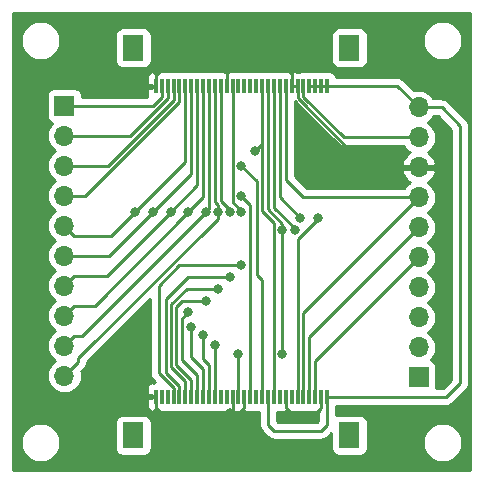
<source format=gtl>
G04 #@! TF.GenerationSoftware,KiCad,Pcbnew,5.0.2-bee76a0~70~ubuntu16.04.1*
G04 #@! TF.CreationDate,2019-08-01T02:01:20+05:30*
G04 #@! TF.ProjectId,AR0135_STM32F746G-DISCO_adapter_rev1,41523031-3335-45f5-9354-4d3332463734,rev?*
G04 #@! TF.SameCoordinates,Original*
G04 #@! TF.FileFunction,Copper,L1,Top*
G04 #@! TF.FilePolarity,Positive*
%FSLAX46Y46*%
G04 Gerber Fmt 4.6, Leading zero omitted, Abs format (unit mm)*
G04 Created by KiCad (PCBNEW 5.0.2-bee76a0~70~ubuntu16.04.1) date Thu Aug  1 02:01:20 2019*
%MOMM*%
%LPD*%
G01*
G04 APERTURE LIST*
G04 #@! TA.AperFunction,SMDPad,CuDef*
%ADD10R,0.300000X1.300000*%
G04 #@! TD*
G04 #@! TA.AperFunction,SMDPad,CuDef*
%ADD11R,1.800000X2.200000*%
G04 #@! TD*
G04 #@! TA.AperFunction,ComponentPad*
%ADD12R,1.700000X1.700000*%
G04 #@! TD*
G04 #@! TA.AperFunction,ComponentPad*
%ADD13O,1.700000X1.700000*%
G04 #@! TD*
G04 #@! TA.AperFunction,ViaPad*
%ADD14C,0.800000*%
G04 #@! TD*
G04 #@! TA.AperFunction,Conductor*
%ADD15C,0.250000*%
G04 #@! TD*
G04 #@! TA.AperFunction,Conductor*
%ADD16C,0.254000*%
G04 #@! TD*
G04 APERTURE END LIST*
D10*
G04 #@! TO.P,J2,30*
G04 #@! TO.N,/3V3*
X37250000Y-43150000D03*
G04 #@! TO.P,J2,29*
G04 #@! TO.N,/GND*
X36750000Y-43150000D03*
G04 #@! TO.P,J2,28*
G04 #@! TO.N,/DCMI_SCL*
X36250000Y-43150000D03*
G04 #@! TO.P,J2,27*
G04 #@! TO.N,/DCMI_SDA*
X35750000Y-43150000D03*
G04 #@! TO.P,J2,26*
G04 #@! TO.N,/DCMI_NRST*
X35250000Y-43150000D03*
G04 #@! TO.P,J2,25*
G04 #@! TO.N,/DCMI_PWR_EN*
X34750000Y-43150000D03*
G04 #@! TO.P,J2,24*
G04 #@! TO.N,N/C*
X34250000Y-43150000D03*
G04 #@! TO.P,J2,23*
G04 #@! TO.N,/GND*
X33750000Y-43150000D03*
G04 #@! TO.P,J2,22*
G04 #@! TO.N,N/C*
X33250000Y-43150000D03*
G04 #@! TO.P,J2,21*
G04 #@! TO.N,/Camera_CLK*
X32750000Y-43150000D03*
G04 #@! TO.P,J2,20*
G04 #@! TO.N,/3V3*
X32250000Y-43150000D03*
G04 #@! TO.P,J2,19*
G04 #@! TO.N,/DCMI_VSYNC*
X31750000Y-43150000D03*
G04 #@! TO.P,J2,18*
G04 #@! TO.N,N/C*
X31250000Y-43150000D03*
G04 #@! TO.P,J2,17*
G04 #@! TO.N,/DCMI_HSYNC*
X30750000Y-43150000D03*
G04 #@! TO.P,J2,16*
G04 #@! TO.N,/GND*
X30250000Y-43150000D03*
G04 #@! TO.P,J2,15*
G04 #@! TO.N,/DCMI_PIXCK*
X29750000Y-43150000D03*
G04 #@! TO.P,J2,14*
G04 #@! TO.N,/GND*
X29250000Y-43150000D03*
G04 #@! TO.P,J2,13*
G04 #@! TO.N,N/C*
X28750000Y-43150000D03*
G04 #@! TO.P,J2,12*
X28250000Y-43150000D03*
G04 #@! TO.P,J2,11*
G04 #@! TO.N,/D11*
X27750000Y-43150000D03*
G04 #@! TO.P,J2,10*
G04 #@! TO.N,/D10*
X27250000Y-43150000D03*
G04 #@! TO.P,J2,9*
G04 #@! TO.N,/D9*
X26750000Y-43150000D03*
G04 #@! TO.P,J2,8*
G04 #@! TO.N,/D8*
X26250000Y-43150000D03*
G04 #@! TO.P,J2,7*
G04 #@! TO.N,/D7*
X25750000Y-43150000D03*
G04 #@! TO.P,J2,6*
G04 #@! TO.N,/D6*
X25250000Y-43150000D03*
G04 #@! TO.P,J2,5*
G04 #@! TO.N,/D5*
X24750000Y-43150000D03*
G04 #@! TO.P,J2,4*
G04 #@! TO.N,/D4*
X24250000Y-43150000D03*
G04 #@! TO.P,J2,3*
G04 #@! TO.N,N/C*
X23750000Y-43150000D03*
G04 #@! TO.P,J2,2*
X23250000Y-43150000D03*
G04 #@! TO.P,J2,1*
G04 #@! TO.N,/GND*
X22750000Y-43150000D03*
D11*
G04 #@! TO.P,J2,MP*
G04 #@! TO.N,N/C*
X20850000Y-46400000D03*
X39150000Y-46400000D03*
G04 #@! TD*
D12*
G04 #@! TO.P,J3,1*
G04 #@! TO.N,/FLASH*
X15000000Y-18500000D03*
D13*
G04 #@! TO.P,J3,2*
G04 #@! TO.N,/TRIGGER*
X15000000Y-21040000D03*
G04 #@! TO.P,J3,3*
G04 #@! TO.N,/DCMI_VSYNC*
X15000000Y-23580000D03*
G04 #@! TO.P,J3,4*
G04 #@! TO.N,/DCMI_HSYNC*
X15000000Y-26120000D03*
G04 #@! TO.P,J3,5*
G04 #@! TO.N,/D11*
X15000000Y-28660000D03*
G04 #@! TO.P,J3,6*
G04 #@! TO.N,/D10*
X15000000Y-31200000D03*
G04 #@! TO.P,J3,7*
G04 #@! TO.N,/D9*
X15000000Y-33740000D03*
G04 #@! TO.P,J3,8*
G04 #@! TO.N,/D8*
X15000000Y-36280000D03*
G04 #@! TO.P,J3,9*
G04 #@! TO.N,/D7*
X15000000Y-38820000D03*
G04 #@! TO.P,J3,10*
G04 #@! TO.N,/D6*
X15000000Y-41360000D03*
G04 #@! TD*
G04 #@! TO.P,J4,10*
G04 #@! TO.N,/3V3*
X45000000Y-18640000D03*
G04 #@! TO.P,J4,9*
G04 #@! TO.N,/DCMI_PWR_EN*
X45000000Y-21180000D03*
G04 #@! TO.P,J4,8*
G04 #@! TO.N,/GND*
X45000000Y-23720000D03*
G04 #@! TO.P,J4,7*
G04 #@! TO.N,/DCMI_NRST*
X45000000Y-26260000D03*
G04 #@! TO.P,J4,6*
G04 #@! TO.N,/DCMI_SDA*
X45000000Y-28800000D03*
G04 #@! TO.P,J4,5*
G04 #@! TO.N,/DCMI_SCL*
X45000000Y-31340000D03*
G04 #@! TO.P,J4,4*
G04 #@! TO.N,/DCMI_PIXCK*
X45000000Y-33880000D03*
G04 #@! TO.P,J4,3*
G04 #@! TO.N,/Camera_CLK*
X45000000Y-36420000D03*
G04 #@! TO.P,J4,2*
G04 #@! TO.N,/D4*
X45000000Y-38960000D03*
D12*
G04 #@! TO.P,J4,1*
G04 #@! TO.N,/D5*
X45000000Y-41500000D03*
G04 #@! TD*
D11*
G04 #@! TO.P,J1,MP*
G04 #@! TO.N,N/C*
X20850000Y-13600000D03*
X39150000Y-13600000D03*
D10*
G04 #@! TO.P,J1,30*
G04 #@! TO.N,/3V3*
X37250000Y-16850000D03*
G04 #@! TO.P,J1,29*
X36750000Y-16850000D03*
G04 #@! TO.P,J1,28*
X36250000Y-16850000D03*
G04 #@! TO.P,J1,27*
X35750000Y-16850000D03*
G04 #@! TO.P,J1,26*
G04 #@! TO.N,/DCMI_PWR_EN*
X35250000Y-16850000D03*
G04 #@! TO.P,J1,25*
G04 #@! TO.N,/GND*
X34750000Y-16850000D03*
G04 #@! TO.P,J1,24*
X34250000Y-16850000D03*
G04 #@! TO.P,J1,23*
G04 #@! TO.N,/DCMI_NRST*
X33750000Y-16850000D03*
G04 #@! TO.P,J1,22*
G04 #@! TO.N,/DCMI_SDA*
X33250000Y-16850000D03*
G04 #@! TO.P,J1,21*
G04 #@! TO.N,/DCMI_SCL*
X32750000Y-16850000D03*
G04 #@! TO.P,J1,20*
G04 #@! TO.N,/DCMI_PIXCK*
X32250000Y-16850000D03*
G04 #@! TO.P,J1,19*
G04 #@! TO.N,/Camera_CLK*
X31750000Y-16850000D03*
G04 #@! TO.P,J1,18*
G04 #@! TO.N,N/C*
X31250000Y-16850000D03*
G04 #@! TO.P,J1,17*
X30750000Y-16850000D03*
G04 #@! TO.P,J1,16*
X30250000Y-16850000D03*
G04 #@! TO.P,J1,15*
X29750000Y-16850000D03*
G04 #@! TO.P,J1,14*
G04 #@! TO.N,/D4*
X29250000Y-16850000D03*
G04 #@! TO.P,J1,13*
G04 #@! TO.N,/GND*
X28750000Y-16850000D03*
G04 #@! TO.P,J1,12*
G04 #@! TO.N,/D5*
X28250000Y-16850000D03*
G04 #@! TO.P,J1,11*
G04 #@! TO.N,/D6*
X27750000Y-16850000D03*
G04 #@! TO.P,J1,10*
G04 #@! TO.N,/D7*
X27250000Y-16850000D03*
G04 #@! TO.P,J1,9*
G04 #@! TO.N,/D8*
X26750000Y-16850000D03*
G04 #@! TO.P,J1,8*
G04 #@! TO.N,/D9*
X26250000Y-16850000D03*
G04 #@! TO.P,J1,7*
G04 #@! TO.N,/D10*
X25750000Y-16850000D03*
G04 #@! TO.P,J1,6*
G04 #@! TO.N,/D11*
X25250000Y-16850000D03*
G04 #@! TO.P,J1,5*
G04 #@! TO.N,/DCMI_HSYNC*
X24750000Y-16850000D03*
G04 #@! TO.P,J1,4*
G04 #@! TO.N,/DCMI_VSYNC*
X24250000Y-16850000D03*
G04 #@! TO.P,J1,3*
G04 #@! TO.N,/TRIGGER*
X23750000Y-16850000D03*
G04 #@! TO.P,J1,2*
G04 #@! TO.N,/FLASH*
X23250000Y-16850000D03*
G04 #@! TO.P,J1,1*
G04 #@! TO.N,/GND*
X22750000Y-16850000D03*
G04 #@! TD*
D14*
G04 #@! TO.N,/GND*
X33750000Y-45000000D03*
X29000000Y-44500000D03*
G04 #@! TO.N,/DCMI_VSYNC*
X30000000Y-23600000D03*
G04 #@! TO.N,/DCMI_HSYNC*
X29975000Y-26100000D03*
G04 #@! TO.N,/D11*
X21000000Y-27500000D03*
X27750000Y-38775000D03*
G04 #@! TO.N,/D10*
X22500000Y-27500000D03*
X26750000Y-37950000D03*
G04 #@! TO.N,/D9*
X24000000Y-27500000D03*
X25750000Y-37217948D03*
G04 #@! TO.N,/D8*
X25500000Y-27500000D03*
X25500000Y-36000000D03*
G04 #@! TO.N,/D7*
X27000000Y-27500000D03*
X27000000Y-35000000D03*
G04 #@! TO.N,/D6*
X28000000Y-34000000D03*
X28000000Y-27500000D03*
G04 #@! TO.N,/D5*
X29000000Y-27500000D03*
X29000000Y-33000000D03*
G04 #@! TO.N,/D4*
X30000000Y-27500000D03*
X30000000Y-32000000D03*
G04 #@! TO.N,/Camera_CLK*
X31150000Y-22300000D03*
G04 #@! TO.N,/DCMI_PIXCK*
X33475000Y-39500000D03*
X29750000Y-39500000D03*
X33475000Y-29000000D03*
G04 #@! TO.N,/DCMI_SCL*
X34500153Y-28999847D03*
G04 #@! TO.N,/DCMI_SDA*
X35000000Y-28000000D03*
G04 #@! TO.N,/DCMI_PWR_EN*
X36500000Y-28000000D03*
G04 #@! TD*
D15*
G04 #@! TO.N,/GND*
X34250000Y-16850000D02*
X34750000Y-16850000D01*
X22750000Y-15950000D02*
X23200000Y-15500000D01*
X22750000Y-16850000D02*
X22750000Y-15950000D01*
X34250000Y-15950000D02*
X34250000Y-16850000D01*
X34250000Y-15850000D02*
X34250000Y-15950000D01*
X33900000Y-15500000D02*
X34250000Y-15850000D01*
X28750000Y-15750000D02*
X28500000Y-15500000D01*
X28750000Y-16850000D02*
X28750000Y-15750000D01*
X28500000Y-15500000D02*
X33900000Y-15500000D01*
X23200000Y-15500000D02*
X28500000Y-15500000D01*
X22750000Y-44050000D02*
X23200000Y-44500000D01*
X22750000Y-43150000D02*
X22750000Y-44050000D01*
X30250000Y-44050000D02*
X30250000Y-43150000D01*
X29800000Y-44500000D02*
X30250000Y-44050000D01*
X29250000Y-44400000D02*
X29350000Y-44500000D01*
X29250000Y-43150000D02*
X29250000Y-44400000D01*
X29350000Y-44500000D02*
X29800000Y-44500000D01*
X33750000Y-44050000D02*
X34200000Y-44500000D01*
X33750000Y-43150000D02*
X33750000Y-44050000D01*
X36750000Y-44050000D02*
X36750000Y-43150000D01*
X36300000Y-44500000D02*
X36750000Y-44050000D01*
X34200000Y-44500000D02*
X36300000Y-44500000D01*
X34200000Y-44550000D02*
X33750000Y-45000000D01*
X34200000Y-44500000D02*
X34200000Y-44550000D01*
X29000000Y-44500000D02*
X29350000Y-44500000D01*
X23200000Y-44500000D02*
X29000000Y-44500000D01*
X43797919Y-23720000D02*
X45000000Y-23720000D01*
X40583590Y-23720000D02*
X43797919Y-23720000D01*
X34750000Y-17886410D02*
X40583590Y-23720000D01*
X34750000Y-16850000D02*
X34750000Y-17886410D01*
G04 #@! TO.N,/FLASH*
X16100000Y-18500000D02*
X15000000Y-18500000D01*
X23250000Y-17735002D02*
X22485002Y-18500000D01*
X22485002Y-18500000D02*
X16100000Y-18500000D01*
X23250000Y-16850000D02*
X23250000Y-17735002D01*
G04 #@! TO.N,/TRIGGER*
X20581412Y-21040000D02*
X16202081Y-21040000D01*
X16202081Y-21040000D02*
X15000000Y-21040000D01*
X23750000Y-17871412D02*
X20581412Y-21040000D01*
X23750000Y-16850000D02*
X23750000Y-17871412D01*
G04 #@! TO.N,/DCMI_VSYNC*
X16202081Y-23580000D02*
X15000000Y-23580000D01*
X18677822Y-23580000D02*
X16202081Y-23580000D01*
X24250000Y-18007822D02*
X18677822Y-23580000D01*
X24250000Y-16850000D02*
X24250000Y-18007822D01*
X31750000Y-43150000D02*
X31750000Y-33250000D01*
X31299990Y-24899990D02*
X30000000Y-23600000D01*
X31299990Y-32799990D02*
X31299990Y-24899990D01*
X31750000Y-33250000D02*
X31299990Y-32799990D01*
G04 #@! TO.N,/DCMI_HSYNC*
X16774232Y-26120000D02*
X16202081Y-26120000D01*
X16202081Y-26120000D02*
X15000000Y-26120000D01*
X24750000Y-18144232D02*
X16774232Y-26120000D01*
X24750000Y-16850000D02*
X24750000Y-18144232D01*
X30750000Y-43150000D02*
X30750000Y-33250000D01*
X30750000Y-26875000D02*
X29975000Y-26100000D01*
X30750000Y-33250000D02*
X30750000Y-26875000D01*
G04 #@! TO.N,/D11*
X25250000Y-23250000D02*
X21000000Y-27500000D01*
X25250000Y-16850000D02*
X25250000Y-23250000D01*
X27750000Y-38775000D02*
X27750000Y-43150000D01*
X20600001Y-27899999D02*
X21000000Y-27500000D01*
X18990001Y-29509999D02*
X20600001Y-27899999D01*
X15849999Y-29509999D02*
X18990001Y-29509999D01*
X15000000Y-28660000D02*
X15849999Y-29509999D01*
G04 #@! TO.N,/D10*
X25750000Y-24250000D02*
X22500000Y-27500000D01*
X25750000Y-16850000D02*
X25750000Y-24250000D01*
X26750000Y-37950000D02*
X26750000Y-39950000D01*
X27250000Y-40450000D02*
X27250000Y-43150000D01*
X26750000Y-39950000D02*
X27250000Y-40450000D01*
X18800000Y-31200000D02*
X22500000Y-27500000D01*
X15000000Y-31200000D02*
X18800000Y-31200000D01*
G04 #@! TO.N,/D9*
X26250000Y-25250000D02*
X24000000Y-27500000D01*
X26250000Y-16850000D02*
X26250000Y-25250000D01*
X25750000Y-37217948D02*
X25750000Y-39800000D01*
X26750000Y-40800000D02*
X26750000Y-43150000D01*
X25750000Y-39800000D02*
X26750000Y-40800000D01*
G04 #@! TO.N,/D8*
X26750000Y-26250000D02*
X25500000Y-27500000D01*
X26750000Y-16850000D02*
X26750000Y-26250000D01*
X24950000Y-36550000D02*
X24950000Y-40000000D01*
X25500000Y-36000000D02*
X24950000Y-36550000D01*
X26250000Y-41300000D02*
X26250000Y-43150000D01*
X24950000Y-40000000D02*
X26250000Y-41300000D01*
G04 #@! TO.N,/D7*
X27250000Y-27250000D02*
X27000000Y-27500000D01*
X27250000Y-16850000D02*
X27250000Y-27250000D01*
X27000000Y-35000000D02*
X25000000Y-35000000D01*
X24499990Y-35500010D02*
X24499990Y-40449990D01*
X25000000Y-35000000D02*
X24499990Y-35500010D01*
X25750000Y-41700000D02*
X25750000Y-43150000D01*
X24499990Y-40449990D02*
X25750000Y-41700000D01*
G04 #@! TO.N,/D6*
X25363590Y-34000000D02*
X28000000Y-34000000D01*
X25250000Y-43150000D02*
X25250000Y-41836410D01*
X24049981Y-35313609D02*
X25363590Y-34000000D01*
X25250000Y-41836410D02*
X24049980Y-40636390D01*
X24049980Y-40636390D02*
X24049981Y-35313609D01*
X27750000Y-26684315D02*
X27750000Y-17750000D01*
X27750000Y-17750000D02*
X27750000Y-16850000D01*
X28000000Y-26934315D02*
X27750000Y-26684315D01*
X28000000Y-27500000D02*
X28000000Y-26934315D01*
G04 #@! TO.N,/D5*
X29000000Y-27297905D02*
X29000000Y-27500000D01*
X28250000Y-26547905D02*
X29000000Y-27297905D01*
X29000000Y-33000000D02*
X25500000Y-33000000D01*
X24750000Y-42250000D02*
X24750000Y-43150000D01*
X23599972Y-41099972D02*
X24750000Y-42250000D01*
X23599972Y-34900028D02*
X23599972Y-41099972D01*
X25500000Y-33000000D02*
X23599972Y-34900028D01*
X28250000Y-16850000D02*
X28250000Y-26547905D01*
G04 #@! TO.N,/D4*
X30000000Y-27426998D02*
X30000000Y-27500000D01*
X29250000Y-26676998D02*
X30000000Y-27426998D01*
X30000000Y-32000000D02*
X24750000Y-32000000D01*
X24750000Y-32000000D02*
X23000000Y-33750000D01*
X24250000Y-42386410D02*
X24250000Y-43150000D01*
X23000000Y-41136410D02*
X24250000Y-42386410D01*
X23000000Y-33750000D02*
X23000000Y-41136410D01*
X29250000Y-16850000D02*
X29250000Y-18750000D01*
X29250000Y-18750000D02*
X29250000Y-26676998D01*
G04 #@! TO.N,/Camera_CLK*
X32750000Y-28400000D02*
X31750000Y-27400000D01*
X32750000Y-43150000D02*
X32750000Y-28400000D01*
X31150000Y-22300000D02*
X31750000Y-21700000D01*
X31750000Y-21700000D02*
X31750000Y-16850000D01*
X31750000Y-27400000D02*
X31750000Y-21700000D01*
G04 #@! TO.N,/DCMI_PIXCK*
X32250000Y-27263590D02*
X33475000Y-28488590D01*
X32250000Y-16850000D02*
X32250000Y-27263590D01*
X29750000Y-43150000D02*
X29750000Y-39500000D01*
G04 #@! TO.N,/D9*
X23600001Y-27899999D02*
X24000000Y-27500000D01*
X18609999Y-32890001D02*
X23600001Y-27899999D01*
X15849999Y-32890001D02*
X18609999Y-32890001D01*
X15000000Y-33740000D02*
X15849999Y-32890001D01*
G04 #@! TO.N,/D8*
X15849999Y-35430001D02*
X17569999Y-35430001D01*
X15000000Y-36280000D02*
X15849999Y-35430001D01*
X25500000Y-27500000D02*
X17569999Y-35430001D01*
G04 #@! TO.N,/D7*
X26600001Y-27899999D02*
X27000000Y-27500000D01*
X16529999Y-37970001D02*
X26600001Y-27899999D01*
X15849999Y-37970001D02*
X16529999Y-37970001D01*
X15000000Y-38820000D02*
X15849999Y-37970001D01*
G04 #@! TO.N,/D6*
X28000000Y-28065685D02*
X28000000Y-27500000D01*
X16175001Y-39890684D02*
X28000000Y-28065685D01*
X16175001Y-40184999D02*
X16175001Y-39890684D01*
X15000000Y-41360000D02*
X16175001Y-40184999D01*
G04 #@! TO.N,/DCMI_PIXCK*
X33475000Y-29000000D02*
X33475000Y-39500000D01*
X33475000Y-28488590D02*
X33475000Y-29000000D01*
G04 #@! TO.N,/DCMI_SCL*
X36250000Y-40090000D02*
X36250000Y-43150000D01*
X45000000Y-31340000D02*
X36250000Y-40090000D01*
X32750000Y-27127180D02*
X34500153Y-28877333D01*
X34500153Y-28877333D02*
X34500153Y-28999847D01*
X32750000Y-16850000D02*
X32750000Y-27127180D01*
G04 #@! TO.N,/DCMI_SDA*
X35750000Y-38050000D02*
X45000000Y-28800000D01*
X35750000Y-43150000D02*
X35750000Y-38050000D01*
X33250000Y-26250000D02*
X35000000Y-28000000D01*
X33250000Y-16850000D02*
X33250000Y-26250000D01*
G04 #@! TO.N,/DCMI_NRST*
X35250000Y-36010000D02*
X45000000Y-26260000D01*
X35250000Y-43150000D02*
X35250000Y-36010000D01*
X33750000Y-16850000D02*
X33750000Y-24800000D01*
X35210000Y-26260000D02*
X45000000Y-26260000D01*
X33750000Y-24800000D02*
X35210000Y-26260000D01*
G04 #@! TO.N,/DCMI_PWR_EN*
X43797919Y-21180000D02*
X45000000Y-21180000D01*
X38680000Y-21180000D02*
X43797919Y-21180000D01*
X35250000Y-17750000D02*
X38680000Y-21180000D01*
X35250000Y-16850000D02*
X35250000Y-17750000D01*
X36500000Y-28073002D02*
X36500000Y-28000000D01*
X34750000Y-29823002D02*
X36500000Y-28073002D01*
X34750000Y-43150000D02*
X34750000Y-29823002D01*
G04 #@! TO.N,/3V3*
X32250000Y-43150000D02*
X32250000Y-45500000D01*
X32250000Y-45500000D02*
X32750000Y-46000000D01*
X32750000Y-46000000D02*
X36750000Y-46000000D01*
X37250000Y-45500000D02*
X37250000Y-43150000D01*
X36750000Y-46000000D02*
X37250000Y-45500000D01*
X35750000Y-16850000D02*
X36250000Y-16850000D01*
X36250000Y-16850000D02*
X36750000Y-16850000D01*
X36750000Y-16850000D02*
X37250000Y-16850000D01*
X43210000Y-16850000D02*
X45000000Y-18640000D01*
X37250000Y-16850000D02*
X43210000Y-16850000D01*
X37250000Y-43150000D02*
X47350000Y-43150000D01*
X47350000Y-43150000D02*
X48500000Y-42000000D01*
X48500000Y-42000000D02*
X48500000Y-20200000D01*
X46940000Y-18640000D02*
X45000000Y-18640000D01*
X48500000Y-20200000D02*
X46940000Y-18640000D01*
G04 #@! TD*
D16*
G04 #@! TO.N,/GND*
G36*
X49340000Y-49340000D02*
X10660000Y-49340000D01*
X10660000Y-46854042D01*
X11295000Y-46854042D01*
X11295000Y-47185958D01*
X11359754Y-47511496D01*
X11486772Y-47818147D01*
X11671175Y-48094125D01*
X11905875Y-48328825D01*
X12181853Y-48513228D01*
X12488504Y-48640246D01*
X12814042Y-48705000D01*
X13145958Y-48705000D01*
X13471496Y-48640246D01*
X13778147Y-48513228D01*
X14054125Y-48328825D01*
X14288825Y-48094125D01*
X14473228Y-47818147D01*
X14600246Y-47511496D01*
X14665000Y-47185958D01*
X14665000Y-46854042D01*
X14600246Y-46528504D01*
X14473228Y-46221853D01*
X14288825Y-45945875D01*
X14054125Y-45711175D01*
X13778147Y-45526772D01*
X13471496Y-45399754D01*
X13145958Y-45335000D01*
X12814042Y-45335000D01*
X12488504Y-45399754D01*
X12181853Y-45526772D01*
X11905875Y-45711175D01*
X11671175Y-45945875D01*
X11486772Y-46221853D01*
X11359754Y-46528504D01*
X11295000Y-46854042D01*
X10660000Y-46854042D01*
X10660000Y-45300000D01*
X19311928Y-45300000D01*
X19311928Y-47500000D01*
X19324188Y-47624482D01*
X19360498Y-47744180D01*
X19419463Y-47854494D01*
X19498815Y-47951185D01*
X19595506Y-48030537D01*
X19705820Y-48089502D01*
X19825518Y-48125812D01*
X19950000Y-48138072D01*
X21750000Y-48138072D01*
X21874482Y-48125812D01*
X21994180Y-48089502D01*
X22104494Y-48030537D01*
X22201185Y-47951185D01*
X22280537Y-47854494D01*
X22339502Y-47744180D01*
X22375812Y-47624482D01*
X22388072Y-47500000D01*
X22388072Y-45300000D01*
X22375812Y-45175518D01*
X22339502Y-45055820D01*
X22280537Y-44945506D01*
X22201185Y-44848815D01*
X22104494Y-44769463D01*
X21994180Y-44710498D01*
X21874482Y-44674188D01*
X21750000Y-44661928D01*
X19950000Y-44661928D01*
X19825518Y-44674188D01*
X19705820Y-44710498D01*
X19595506Y-44769463D01*
X19498815Y-44848815D01*
X19419463Y-44945506D01*
X19360498Y-45055820D01*
X19324188Y-45175518D01*
X19311928Y-45300000D01*
X10660000Y-45300000D01*
X10660000Y-44435000D01*
X22516250Y-44435000D01*
X22537458Y-44435000D01*
X22962542Y-44435000D01*
X22983750Y-44435000D01*
X22980231Y-44431481D01*
X22962542Y-44435000D01*
X22537458Y-44435000D01*
X22519769Y-44431481D01*
X22516250Y-44435000D01*
X10660000Y-44435000D01*
X10660000Y-21040000D01*
X13507815Y-21040000D01*
X13536487Y-21331111D01*
X13621401Y-21611034D01*
X13759294Y-21869014D01*
X13944866Y-22095134D01*
X14170986Y-22280706D01*
X14225791Y-22310000D01*
X14170986Y-22339294D01*
X13944866Y-22524866D01*
X13759294Y-22750986D01*
X13621401Y-23008966D01*
X13536487Y-23288889D01*
X13507815Y-23580000D01*
X13536487Y-23871111D01*
X13621401Y-24151034D01*
X13759294Y-24409014D01*
X13944866Y-24635134D01*
X14170986Y-24820706D01*
X14225791Y-24850000D01*
X14170986Y-24879294D01*
X13944866Y-25064866D01*
X13759294Y-25290986D01*
X13621401Y-25548966D01*
X13536487Y-25828889D01*
X13507815Y-26120000D01*
X13536487Y-26411111D01*
X13621401Y-26691034D01*
X13759294Y-26949014D01*
X13944866Y-27175134D01*
X14170986Y-27360706D01*
X14225791Y-27390000D01*
X14170986Y-27419294D01*
X13944866Y-27604866D01*
X13759294Y-27830986D01*
X13621401Y-28088966D01*
X13536487Y-28368889D01*
X13507815Y-28660000D01*
X13536487Y-28951111D01*
X13621401Y-29231034D01*
X13759294Y-29489014D01*
X13944866Y-29715134D01*
X14170986Y-29900706D01*
X14225791Y-29930000D01*
X14170986Y-29959294D01*
X13944866Y-30144866D01*
X13759294Y-30370986D01*
X13621401Y-30628966D01*
X13536487Y-30908889D01*
X13507815Y-31200000D01*
X13536487Y-31491111D01*
X13621401Y-31771034D01*
X13759294Y-32029014D01*
X13944866Y-32255134D01*
X14170986Y-32440706D01*
X14225791Y-32470000D01*
X14170986Y-32499294D01*
X13944866Y-32684866D01*
X13759294Y-32910986D01*
X13621401Y-33168966D01*
X13536487Y-33448889D01*
X13507815Y-33740000D01*
X13536487Y-34031111D01*
X13621401Y-34311034D01*
X13759294Y-34569014D01*
X13944866Y-34795134D01*
X14170986Y-34980706D01*
X14225791Y-35010000D01*
X14170986Y-35039294D01*
X13944866Y-35224866D01*
X13759294Y-35450986D01*
X13621401Y-35708966D01*
X13536487Y-35988889D01*
X13507815Y-36280000D01*
X13536487Y-36571111D01*
X13621401Y-36851034D01*
X13759294Y-37109014D01*
X13944866Y-37335134D01*
X14170986Y-37520706D01*
X14225791Y-37550000D01*
X14170986Y-37579294D01*
X13944866Y-37764866D01*
X13759294Y-37990986D01*
X13621401Y-38248966D01*
X13536487Y-38528889D01*
X13507815Y-38820000D01*
X13536487Y-39111111D01*
X13621401Y-39391034D01*
X13759294Y-39649014D01*
X13944866Y-39875134D01*
X14170986Y-40060706D01*
X14225791Y-40090000D01*
X14170986Y-40119294D01*
X13944866Y-40304866D01*
X13759294Y-40530986D01*
X13621401Y-40788966D01*
X13536487Y-41068889D01*
X13507815Y-41360000D01*
X13536487Y-41651111D01*
X13621401Y-41931034D01*
X13759294Y-42189014D01*
X13944866Y-42415134D01*
X14170986Y-42600706D01*
X14428966Y-42738599D01*
X14708889Y-42823513D01*
X14927050Y-42845000D01*
X15072950Y-42845000D01*
X15291111Y-42823513D01*
X15571034Y-42738599D01*
X15829014Y-42600706D01*
X16055134Y-42415134D01*
X16240706Y-42189014D01*
X16378599Y-41931034D01*
X16398630Y-41865000D01*
X22516250Y-41865000D01*
X22519769Y-41868519D01*
X22537458Y-41865000D01*
X22516250Y-41865000D01*
X16398630Y-41865000D01*
X16463513Y-41651111D01*
X16492185Y-41360000D01*
X16463513Y-41068889D01*
X16440797Y-40994005D01*
X16686005Y-40748797D01*
X16715002Y-40725000D01*
X16809975Y-40609275D01*
X16880547Y-40477246D01*
X16924004Y-40333985D01*
X16935001Y-40222332D01*
X16935001Y-40222323D01*
X16936841Y-40203645D01*
X22240000Y-34900486D01*
X22240001Y-41099078D01*
X22236324Y-41136410D01*
X22240001Y-41173743D01*
X22250046Y-41275725D01*
X22250998Y-41285395D01*
X22294454Y-41428656D01*
X22365026Y-41560686D01*
X22427990Y-41637407D01*
X22460000Y-41676411D01*
X22488998Y-41700209D01*
X22653789Y-41865000D01*
X22622998Y-41865000D01*
X22622998Y-41971748D01*
X22519769Y-41868519D01*
X22414777Y-41889403D01*
X22299215Y-41937270D01*
X22195211Y-42006763D01*
X22106763Y-42095211D01*
X22037270Y-42199215D01*
X21989403Y-42314777D01*
X21965000Y-42437458D01*
X21965000Y-42864250D01*
X22123750Y-43023000D01*
X22461928Y-43023000D01*
X22461928Y-43277000D01*
X22123750Y-43277000D01*
X21965000Y-43435750D01*
X21965000Y-43862542D01*
X21989403Y-43985223D01*
X22037270Y-44100785D01*
X22106763Y-44204789D01*
X22195211Y-44293237D01*
X22299215Y-44362730D01*
X22414777Y-44410597D01*
X22519769Y-44431481D01*
X22675000Y-44276250D01*
X22675000Y-44272674D01*
X22745506Y-44330537D01*
X22855820Y-44389502D01*
X22974146Y-44425396D01*
X22980231Y-44431481D01*
X22997733Y-44428000D01*
X23100000Y-44438072D01*
X23400000Y-44438072D01*
X23500000Y-44428223D01*
X23600000Y-44438072D01*
X23900000Y-44438072D01*
X24000000Y-44428223D01*
X24100000Y-44438072D01*
X24400000Y-44438072D01*
X24500000Y-44428223D01*
X24600000Y-44438072D01*
X24900000Y-44438072D01*
X25000000Y-44428223D01*
X25100000Y-44438072D01*
X25400000Y-44438072D01*
X25500000Y-44428223D01*
X25600000Y-44438072D01*
X25900000Y-44438072D01*
X26000000Y-44428223D01*
X26100000Y-44438072D01*
X26400000Y-44438072D01*
X26500000Y-44428223D01*
X26600000Y-44438072D01*
X26900000Y-44438072D01*
X27000000Y-44428223D01*
X27100000Y-44438072D01*
X27400000Y-44438072D01*
X27500000Y-44428223D01*
X27600000Y-44438072D01*
X27900000Y-44438072D01*
X28000000Y-44428223D01*
X28100000Y-44438072D01*
X28400000Y-44438072D01*
X28500000Y-44428223D01*
X28600000Y-44438072D01*
X28900000Y-44438072D01*
X28931191Y-44435000D01*
X29016250Y-44435000D01*
X29037458Y-44435000D01*
X29462542Y-44435000D01*
X29483750Y-44435000D01*
X29480231Y-44431481D01*
X29462542Y-44435000D01*
X29037458Y-44435000D01*
X29019769Y-44431481D01*
X29016250Y-44435000D01*
X28931191Y-44435000D01*
X29002267Y-44428000D01*
X29019769Y-44431481D01*
X29025854Y-44425396D01*
X29144180Y-44389502D01*
X29250000Y-44332939D01*
X29355820Y-44389502D01*
X29474146Y-44425396D01*
X29480231Y-44431481D01*
X29497733Y-44428000D01*
X29600000Y-44438072D01*
X29900000Y-44438072D01*
X29931191Y-44435000D01*
X30016250Y-44435000D01*
X30037458Y-44435000D01*
X30462542Y-44435000D01*
X30483750Y-44435000D01*
X30480231Y-44431481D01*
X30462542Y-44435000D01*
X30037458Y-44435000D01*
X30019769Y-44431481D01*
X30016250Y-44435000D01*
X29931191Y-44435000D01*
X30002267Y-44428000D01*
X30019769Y-44431481D01*
X30025854Y-44425396D01*
X30144180Y-44389502D01*
X30250000Y-44332939D01*
X30355820Y-44389502D01*
X30474146Y-44425396D01*
X30480231Y-44431481D01*
X30497733Y-44428000D01*
X30600000Y-44438072D01*
X30900000Y-44438072D01*
X31000000Y-44428223D01*
X31100000Y-44438072D01*
X31400000Y-44438072D01*
X31490001Y-44429208D01*
X31490001Y-45462668D01*
X31486324Y-45500000D01*
X31500998Y-45648985D01*
X31544454Y-45792246D01*
X31615026Y-45924276D01*
X31677172Y-46000000D01*
X31710000Y-46040001D01*
X31738998Y-46063799D01*
X32186196Y-46510997D01*
X32209999Y-46540001D01*
X32325724Y-46634974D01*
X32457753Y-46705546D01*
X32601014Y-46749003D01*
X32712667Y-46760000D01*
X32712675Y-46760000D01*
X32750000Y-46763676D01*
X32787325Y-46760000D01*
X36712678Y-46760000D01*
X36750000Y-46763676D01*
X36787322Y-46760000D01*
X36787333Y-46760000D01*
X36898986Y-46749003D01*
X37042247Y-46705546D01*
X37174276Y-46634974D01*
X37290001Y-46540001D01*
X37313804Y-46510997D01*
X37611928Y-46212873D01*
X37611928Y-47500000D01*
X37624188Y-47624482D01*
X37660498Y-47744180D01*
X37719463Y-47854494D01*
X37798815Y-47951185D01*
X37895506Y-48030537D01*
X38005820Y-48089502D01*
X38125518Y-48125812D01*
X38250000Y-48138072D01*
X40050000Y-48138072D01*
X40174482Y-48125812D01*
X40294180Y-48089502D01*
X40404494Y-48030537D01*
X40501185Y-47951185D01*
X40580537Y-47854494D01*
X40639502Y-47744180D01*
X40675812Y-47624482D01*
X40688072Y-47500000D01*
X40688072Y-46854042D01*
X45335000Y-46854042D01*
X45335000Y-47185958D01*
X45399754Y-47511496D01*
X45526772Y-47818147D01*
X45711175Y-48094125D01*
X45945875Y-48328825D01*
X46221853Y-48513228D01*
X46528504Y-48640246D01*
X46854042Y-48705000D01*
X47185958Y-48705000D01*
X47511496Y-48640246D01*
X47818147Y-48513228D01*
X48094125Y-48328825D01*
X48328825Y-48094125D01*
X48513228Y-47818147D01*
X48640246Y-47511496D01*
X48705000Y-47185958D01*
X48705000Y-46854042D01*
X48640246Y-46528504D01*
X48513228Y-46221853D01*
X48328825Y-45945875D01*
X48094125Y-45711175D01*
X47818147Y-45526772D01*
X47511496Y-45399754D01*
X47185958Y-45335000D01*
X46854042Y-45335000D01*
X46528504Y-45399754D01*
X46221853Y-45526772D01*
X45945875Y-45711175D01*
X45711175Y-45945875D01*
X45526772Y-46221853D01*
X45399754Y-46528504D01*
X45335000Y-46854042D01*
X40688072Y-46854042D01*
X40688072Y-45300000D01*
X40675812Y-45175518D01*
X40639502Y-45055820D01*
X40580537Y-44945506D01*
X40501185Y-44848815D01*
X40404494Y-44769463D01*
X40294180Y-44710498D01*
X40174482Y-44674188D01*
X40050000Y-44661928D01*
X38250000Y-44661928D01*
X38125518Y-44674188D01*
X38010000Y-44709230D01*
X38010000Y-43976607D01*
X38025812Y-43924482D01*
X38027238Y-43910000D01*
X47312678Y-43910000D01*
X47350000Y-43913676D01*
X47387322Y-43910000D01*
X47387333Y-43910000D01*
X47498986Y-43899003D01*
X47642247Y-43855546D01*
X47774276Y-43784974D01*
X47890001Y-43690001D01*
X47913804Y-43660997D01*
X49011004Y-42563798D01*
X49040001Y-42540001D01*
X49134974Y-42424276D01*
X49205546Y-42292247D01*
X49249003Y-42148986D01*
X49260000Y-42037333D01*
X49260000Y-42037332D01*
X49263677Y-42000000D01*
X49260000Y-41962667D01*
X49260000Y-20237322D01*
X49263676Y-20199999D01*
X49260000Y-20162676D01*
X49260000Y-20162667D01*
X49249003Y-20051014D01*
X49205546Y-19907753D01*
X49148699Y-19801401D01*
X49134974Y-19775723D01*
X49063799Y-19688997D01*
X49040001Y-19659999D01*
X49011003Y-19636201D01*
X47503804Y-18129003D01*
X47480001Y-18099999D01*
X47364276Y-18005026D01*
X47232247Y-17934454D01*
X47088986Y-17890997D01*
X46977333Y-17880000D01*
X46977322Y-17880000D01*
X46940000Y-17876324D01*
X46902678Y-17880000D01*
X46277595Y-17880000D01*
X46240706Y-17810986D01*
X46055134Y-17584866D01*
X45829014Y-17399294D01*
X45571034Y-17261401D01*
X45291111Y-17176487D01*
X45072950Y-17155000D01*
X44927050Y-17155000D01*
X44708889Y-17176487D01*
X44634005Y-17199203D01*
X43773804Y-16339003D01*
X43750001Y-16309999D01*
X43634276Y-16215026D01*
X43502247Y-16144454D01*
X43358986Y-16100997D01*
X43247333Y-16090000D01*
X43247322Y-16090000D01*
X43210000Y-16086324D01*
X43172678Y-16090000D01*
X38027238Y-16090000D01*
X38025812Y-16075518D01*
X37989502Y-15955820D01*
X37930537Y-15845506D01*
X37851185Y-15748815D01*
X37754494Y-15669463D01*
X37644180Y-15610498D01*
X37524482Y-15574188D01*
X37400000Y-15561928D01*
X37100000Y-15561928D01*
X37000000Y-15571777D01*
X36900000Y-15561928D01*
X36600000Y-15561928D01*
X36500000Y-15571777D01*
X36400000Y-15561928D01*
X36100000Y-15561928D01*
X36000000Y-15571777D01*
X35900000Y-15561928D01*
X35600000Y-15561928D01*
X35500000Y-15571777D01*
X35400000Y-15561928D01*
X35100000Y-15561928D01*
X34997733Y-15572000D01*
X34980231Y-15568519D01*
X34974146Y-15574604D01*
X34855820Y-15610498D01*
X34747428Y-15668436D01*
X34700785Y-15637270D01*
X34585223Y-15589403D01*
X34529586Y-15578336D01*
X34519769Y-15568519D01*
X34500000Y-15572451D01*
X34480231Y-15568519D01*
X34470414Y-15578336D01*
X34414777Y-15589403D01*
X34299215Y-15637270D01*
X34252572Y-15668436D01*
X34144180Y-15610498D01*
X34025854Y-15574604D01*
X34019769Y-15568519D01*
X34002267Y-15572000D01*
X33931192Y-15565000D01*
X34016250Y-15565000D01*
X34019769Y-15568519D01*
X34037458Y-15565000D01*
X34462542Y-15565000D01*
X34480231Y-15568519D01*
X34483750Y-15565000D01*
X34516250Y-15565000D01*
X34519769Y-15568519D01*
X34537458Y-15565000D01*
X34962542Y-15565000D01*
X34980231Y-15568519D01*
X34983750Y-15565000D01*
X34962542Y-15565000D01*
X34537458Y-15565000D01*
X34516250Y-15565000D01*
X34483750Y-15565000D01*
X34462542Y-15565000D01*
X34037458Y-15565000D01*
X34016250Y-15565000D01*
X33931192Y-15565000D01*
X33900000Y-15561928D01*
X33600000Y-15561928D01*
X33500000Y-15571777D01*
X33400000Y-15561928D01*
X33100000Y-15561928D01*
X33000000Y-15571777D01*
X32900000Y-15561928D01*
X32600000Y-15561928D01*
X32500000Y-15571777D01*
X32400000Y-15561928D01*
X32100000Y-15561928D01*
X32000000Y-15571777D01*
X31900000Y-15561928D01*
X31600000Y-15561928D01*
X31500000Y-15571777D01*
X31400000Y-15561928D01*
X31100000Y-15561928D01*
X31000000Y-15571777D01*
X30900000Y-15561928D01*
X30600000Y-15561928D01*
X30500000Y-15571777D01*
X30400000Y-15561928D01*
X30100000Y-15561928D01*
X30000000Y-15571777D01*
X29900000Y-15561928D01*
X29600000Y-15561928D01*
X29500000Y-15571777D01*
X29400000Y-15561928D01*
X29100000Y-15561928D01*
X28997733Y-15572000D01*
X28980231Y-15568519D01*
X28974146Y-15574604D01*
X28855820Y-15610498D01*
X28750000Y-15667061D01*
X28644180Y-15610498D01*
X28525854Y-15574604D01*
X28519769Y-15568519D01*
X28502267Y-15572000D01*
X28431192Y-15565000D01*
X28516250Y-15565000D01*
X28519769Y-15568519D01*
X28537458Y-15565000D01*
X28962542Y-15565000D01*
X28980231Y-15568519D01*
X28983750Y-15565000D01*
X28962542Y-15565000D01*
X28537458Y-15565000D01*
X28516250Y-15565000D01*
X28431192Y-15565000D01*
X28400000Y-15561928D01*
X28100000Y-15561928D01*
X28000000Y-15571777D01*
X27900000Y-15561928D01*
X27600000Y-15561928D01*
X27500000Y-15571777D01*
X27400000Y-15561928D01*
X27100000Y-15561928D01*
X27000000Y-15571777D01*
X26900000Y-15561928D01*
X26600000Y-15561928D01*
X26500000Y-15571777D01*
X26400000Y-15561928D01*
X26100000Y-15561928D01*
X26000000Y-15571777D01*
X25900000Y-15561928D01*
X25600000Y-15561928D01*
X25500000Y-15571777D01*
X25400000Y-15561928D01*
X25100000Y-15561928D01*
X25000000Y-15571777D01*
X24900000Y-15561928D01*
X24600000Y-15561928D01*
X24500000Y-15571777D01*
X24400000Y-15561928D01*
X24100000Y-15561928D01*
X24000000Y-15571777D01*
X23900000Y-15561928D01*
X23600000Y-15561928D01*
X23500000Y-15571777D01*
X23400000Y-15561928D01*
X23100000Y-15561928D01*
X22997733Y-15572000D01*
X22980231Y-15568519D01*
X22974146Y-15574604D01*
X22855820Y-15610498D01*
X22745506Y-15669463D01*
X22675000Y-15727326D01*
X22675000Y-15723750D01*
X22519769Y-15568519D01*
X22414777Y-15589403D01*
X22299215Y-15637270D01*
X22195211Y-15706763D01*
X22106763Y-15795211D01*
X22037270Y-15899215D01*
X21989403Y-16014777D01*
X21965000Y-16137458D01*
X21965000Y-16564250D01*
X22123750Y-16723000D01*
X22461928Y-16723000D01*
X22461928Y-16977000D01*
X22123750Y-16977000D01*
X21965000Y-17135750D01*
X21965000Y-17562542D01*
X21989403Y-17685223D01*
X22012092Y-17740000D01*
X16488072Y-17740000D01*
X16488072Y-17650000D01*
X16475812Y-17525518D01*
X16439502Y-17405820D01*
X16380537Y-17295506D01*
X16301185Y-17198815D01*
X16204494Y-17119463D01*
X16094180Y-17060498D01*
X15974482Y-17024188D01*
X15850000Y-17011928D01*
X14150000Y-17011928D01*
X14025518Y-17024188D01*
X13905820Y-17060498D01*
X13795506Y-17119463D01*
X13698815Y-17198815D01*
X13619463Y-17295506D01*
X13560498Y-17405820D01*
X13524188Y-17525518D01*
X13511928Y-17650000D01*
X13511928Y-19350000D01*
X13524188Y-19474482D01*
X13560498Y-19594180D01*
X13619463Y-19704494D01*
X13698815Y-19801185D01*
X13795506Y-19880537D01*
X13905820Y-19939502D01*
X13974687Y-19960393D01*
X13944866Y-19984866D01*
X13759294Y-20210986D01*
X13621401Y-20468966D01*
X13536487Y-20748889D01*
X13507815Y-21040000D01*
X10660000Y-21040000D01*
X10660000Y-15565000D01*
X22516250Y-15565000D01*
X22519769Y-15568519D01*
X22537458Y-15565000D01*
X22962542Y-15565000D01*
X22980231Y-15568519D01*
X22983750Y-15565000D01*
X22962542Y-15565000D01*
X22537458Y-15565000D01*
X22516250Y-15565000D01*
X10660000Y-15565000D01*
X10660000Y-12814042D01*
X11295000Y-12814042D01*
X11295000Y-13145958D01*
X11359754Y-13471496D01*
X11486772Y-13778147D01*
X11671175Y-14054125D01*
X11905875Y-14288825D01*
X12181853Y-14473228D01*
X12488504Y-14600246D01*
X12814042Y-14665000D01*
X13145958Y-14665000D01*
X13471496Y-14600246D01*
X13778147Y-14473228D01*
X14054125Y-14288825D01*
X14288825Y-14054125D01*
X14473228Y-13778147D01*
X14600246Y-13471496D01*
X14665000Y-13145958D01*
X14665000Y-12814042D01*
X14602533Y-12500000D01*
X19311928Y-12500000D01*
X19311928Y-14700000D01*
X19324188Y-14824482D01*
X19360498Y-14944180D01*
X19419463Y-15054494D01*
X19498815Y-15151185D01*
X19595506Y-15230537D01*
X19705820Y-15289502D01*
X19825518Y-15325812D01*
X19950000Y-15338072D01*
X21750000Y-15338072D01*
X21874482Y-15325812D01*
X21994180Y-15289502D01*
X22104494Y-15230537D01*
X22201185Y-15151185D01*
X22280537Y-15054494D01*
X22339502Y-14944180D01*
X22375812Y-14824482D01*
X22388072Y-14700000D01*
X22388072Y-12500000D01*
X37611928Y-12500000D01*
X37611928Y-14700000D01*
X37624188Y-14824482D01*
X37660498Y-14944180D01*
X37719463Y-15054494D01*
X37798815Y-15151185D01*
X37895506Y-15230537D01*
X38005820Y-15289502D01*
X38125518Y-15325812D01*
X38250000Y-15338072D01*
X40050000Y-15338072D01*
X40174482Y-15325812D01*
X40294180Y-15289502D01*
X40404494Y-15230537D01*
X40501185Y-15151185D01*
X40580537Y-15054494D01*
X40639502Y-14944180D01*
X40675812Y-14824482D01*
X40688072Y-14700000D01*
X40688072Y-12814042D01*
X45335000Y-12814042D01*
X45335000Y-13145958D01*
X45399754Y-13471496D01*
X45526772Y-13778147D01*
X45711175Y-14054125D01*
X45945875Y-14288825D01*
X46221853Y-14473228D01*
X46528504Y-14600246D01*
X46854042Y-14665000D01*
X47185958Y-14665000D01*
X47511496Y-14600246D01*
X47818147Y-14473228D01*
X48094125Y-14288825D01*
X48328825Y-14054125D01*
X48513228Y-13778147D01*
X48640246Y-13471496D01*
X48705000Y-13145958D01*
X48705000Y-12814042D01*
X48640246Y-12488504D01*
X48513228Y-12181853D01*
X48328825Y-11905875D01*
X48094125Y-11671175D01*
X47818147Y-11486772D01*
X47511496Y-11359754D01*
X47185958Y-11295000D01*
X46854042Y-11295000D01*
X46528504Y-11359754D01*
X46221853Y-11486772D01*
X45945875Y-11671175D01*
X45711175Y-11905875D01*
X45526772Y-12181853D01*
X45399754Y-12488504D01*
X45335000Y-12814042D01*
X40688072Y-12814042D01*
X40688072Y-12500000D01*
X40675812Y-12375518D01*
X40639502Y-12255820D01*
X40580537Y-12145506D01*
X40501185Y-12048815D01*
X40404494Y-11969463D01*
X40294180Y-11910498D01*
X40174482Y-11874188D01*
X40050000Y-11861928D01*
X38250000Y-11861928D01*
X38125518Y-11874188D01*
X38005820Y-11910498D01*
X37895506Y-11969463D01*
X37798815Y-12048815D01*
X37719463Y-12145506D01*
X37660498Y-12255820D01*
X37624188Y-12375518D01*
X37611928Y-12500000D01*
X22388072Y-12500000D01*
X22375812Y-12375518D01*
X22339502Y-12255820D01*
X22280537Y-12145506D01*
X22201185Y-12048815D01*
X22104494Y-11969463D01*
X21994180Y-11910498D01*
X21874482Y-11874188D01*
X21750000Y-11861928D01*
X19950000Y-11861928D01*
X19825518Y-11874188D01*
X19705820Y-11910498D01*
X19595506Y-11969463D01*
X19498815Y-12048815D01*
X19419463Y-12145506D01*
X19360498Y-12255820D01*
X19324188Y-12375518D01*
X19311928Y-12500000D01*
X14602533Y-12500000D01*
X14600246Y-12488504D01*
X14473228Y-12181853D01*
X14288825Y-11905875D01*
X14054125Y-11671175D01*
X13778147Y-11486772D01*
X13471496Y-11359754D01*
X13145958Y-11295000D01*
X12814042Y-11295000D01*
X12488504Y-11359754D01*
X12181853Y-11486772D01*
X11905875Y-11671175D01*
X11671175Y-11905875D01*
X11486772Y-12181853D01*
X11359754Y-12488504D01*
X11295000Y-12814042D01*
X10660000Y-12814042D01*
X10660000Y-10660000D01*
X49340001Y-10660000D01*
X49340000Y-49340000D01*
X49340000Y-49340000D01*
G37*
X49340000Y-49340000D02*
X10660000Y-49340000D01*
X10660000Y-46854042D01*
X11295000Y-46854042D01*
X11295000Y-47185958D01*
X11359754Y-47511496D01*
X11486772Y-47818147D01*
X11671175Y-48094125D01*
X11905875Y-48328825D01*
X12181853Y-48513228D01*
X12488504Y-48640246D01*
X12814042Y-48705000D01*
X13145958Y-48705000D01*
X13471496Y-48640246D01*
X13778147Y-48513228D01*
X14054125Y-48328825D01*
X14288825Y-48094125D01*
X14473228Y-47818147D01*
X14600246Y-47511496D01*
X14665000Y-47185958D01*
X14665000Y-46854042D01*
X14600246Y-46528504D01*
X14473228Y-46221853D01*
X14288825Y-45945875D01*
X14054125Y-45711175D01*
X13778147Y-45526772D01*
X13471496Y-45399754D01*
X13145958Y-45335000D01*
X12814042Y-45335000D01*
X12488504Y-45399754D01*
X12181853Y-45526772D01*
X11905875Y-45711175D01*
X11671175Y-45945875D01*
X11486772Y-46221853D01*
X11359754Y-46528504D01*
X11295000Y-46854042D01*
X10660000Y-46854042D01*
X10660000Y-45300000D01*
X19311928Y-45300000D01*
X19311928Y-47500000D01*
X19324188Y-47624482D01*
X19360498Y-47744180D01*
X19419463Y-47854494D01*
X19498815Y-47951185D01*
X19595506Y-48030537D01*
X19705820Y-48089502D01*
X19825518Y-48125812D01*
X19950000Y-48138072D01*
X21750000Y-48138072D01*
X21874482Y-48125812D01*
X21994180Y-48089502D01*
X22104494Y-48030537D01*
X22201185Y-47951185D01*
X22280537Y-47854494D01*
X22339502Y-47744180D01*
X22375812Y-47624482D01*
X22388072Y-47500000D01*
X22388072Y-45300000D01*
X22375812Y-45175518D01*
X22339502Y-45055820D01*
X22280537Y-44945506D01*
X22201185Y-44848815D01*
X22104494Y-44769463D01*
X21994180Y-44710498D01*
X21874482Y-44674188D01*
X21750000Y-44661928D01*
X19950000Y-44661928D01*
X19825518Y-44674188D01*
X19705820Y-44710498D01*
X19595506Y-44769463D01*
X19498815Y-44848815D01*
X19419463Y-44945506D01*
X19360498Y-45055820D01*
X19324188Y-45175518D01*
X19311928Y-45300000D01*
X10660000Y-45300000D01*
X10660000Y-44435000D01*
X22516250Y-44435000D01*
X22537458Y-44435000D01*
X22962542Y-44435000D01*
X22983750Y-44435000D01*
X22980231Y-44431481D01*
X22962542Y-44435000D01*
X22537458Y-44435000D01*
X22519769Y-44431481D01*
X22516250Y-44435000D01*
X10660000Y-44435000D01*
X10660000Y-21040000D01*
X13507815Y-21040000D01*
X13536487Y-21331111D01*
X13621401Y-21611034D01*
X13759294Y-21869014D01*
X13944866Y-22095134D01*
X14170986Y-22280706D01*
X14225791Y-22310000D01*
X14170986Y-22339294D01*
X13944866Y-22524866D01*
X13759294Y-22750986D01*
X13621401Y-23008966D01*
X13536487Y-23288889D01*
X13507815Y-23580000D01*
X13536487Y-23871111D01*
X13621401Y-24151034D01*
X13759294Y-24409014D01*
X13944866Y-24635134D01*
X14170986Y-24820706D01*
X14225791Y-24850000D01*
X14170986Y-24879294D01*
X13944866Y-25064866D01*
X13759294Y-25290986D01*
X13621401Y-25548966D01*
X13536487Y-25828889D01*
X13507815Y-26120000D01*
X13536487Y-26411111D01*
X13621401Y-26691034D01*
X13759294Y-26949014D01*
X13944866Y-27175134D01*
X14170986Y-27360706D01*
X14225791Y-27390000D01*
X14170986Y-27419294D01*
X13944866Y-27604866D01*
X13759294Y-27830986D01*
X13621401Y-28088966D01*
X13536487Y-28368889D01*
X13507815Y-28660000D01*
X13536487Y-28951111D01*
X13621401Y-29231034D01*
X13759294Y-29489014D01*
X13944866Y-29715134D01*
X14170986Y-29900706D01*
X14225791Y-29930000D01*
X14170986Y-29959294D01*
X13944866Y-30144866D01*
X13759294Y-30370986D01*
X13621401Y-30628966D01*
X13536487Y-30908889D01*
X13507815Y-31200000D01*
X13536487Y-31491111D01*
X13621401Y-31771034D01*
X13759294Y-32029014D01*
X13944866Y-32255134D01*
X14170986Y-32440706D01*
X14225791Y-32470000D01*
X14170986Y-32499294D01*
X13944866Y-32684866D01*
X13759294Y-32910986D01*
X13621401Y-33168966D01*
X13536487Y-33448889D01*
X13507815Y-33740000D01*
X13536487Y-34031111D01*
X13621401Y-34311034D01*
X13759294Y-34569014D01*
X13944866Y-34795134D01*
X14170986Y-34980706D01*
X14225791Y-35010000D01*
X14170986Y-35039294D01*
X13944866Y-35224866D01*
X13759294Y-35450986D01*
X13621401Y-35708966D01*
X13536487Y-35988889D01*
X13507815Y-36280000D01*
X13536487Y-36571111D01*
X13621401Y-36851034D01*
X13759294Y-37109014D01*
X13944866Y-37335134D01*
X14170986Y-37520706D01*
X14225791Y-37550000D01*
X14170986Y-37579294D01*
X13944866Y-37764866D01*
X13759294Y-37990986D01*
X13621401Y-38248966D01*
X13536487Y-38528889D01*
X13507815Y-38820000D01*
X13536487Y-39111111D01*
X13621401Y-39391034D01*
X13759294Y-39649014D01*
X13944866Y-39875134D01*
X14170986Y-40060706D01*
X14225791Y-40090000D01*
X14170986Y-40119294D01*
X13944866Y-40304866D01*
X13759294Y-40530986D01*
X13621401Y-40788966D01*
X13536487Y-41068889D01*
X13507815Y-41360000D01*
X13536487Y-41651111D01*
X13621401Y-41931034D01*
X13759294Y-42189014D01*
X13944866Y-42415134D01*
X14170986Y-42600706D01*
X14428966Y-42738599D01*
X14708889Y-42823513D01*
X14927050Y-42845000D01*
X15072950Y-42845000D01*
X15291111Y-42823513D01*
X15571034Y-42738599D01*
X15829014Y-42600706D01*
X16055134Y-42415134D01*
X16240706Y-42189014D01*
X16378599Y-41931034D01*
X16398630Y-41865000D01*
X22516250Y-41865000D01*
X22519769Y-41868519D01*
X22537458Y-41865000D01*
X22516250Y-41865000D01*
X16398630Y-41865000D01*
X16463513Y-41651111D01*
X16492185Y-41360000D01*
X16463513Y-41068889D01*
X16440797Y-40994005D01*
X16686005Y-40748797D01*
X16715002Y-40725000D01*
X16809975Y-40609275D01*
X16880547Y-40477246D01*
X16924004Y-40333985D01*
X16935001Y-40222332D01*
X16935001Y-40222323D01*
X16936841Y-40203645D01*
X22240000Y-34900486D01*
X22240001Y-41099078D01*
X22236324Y-41136410D01*
X22240001Y-41173743D01*
X22250046Y-41275725D01*
X22250998Y-41285395D01*
X22294454Y-41428656D01*
X22365026Y-41560686D01*
X22427990Y-41637407D01*
X22460000Y-41676411D01*
X22488998Y-41700209D01*
X22653789Y-41865000D01*
X22622998Y-41865000D01*
X22622998Y-41971748D01*
X22519769Y-41868519D01*
X22414777Y-41889403D01*
X22299215Y-41937270D01*
X22195211Y-42006763D01*
X22106763Y-42095211D01*
X22037270Y-42199215D01*
X21989403Y-42314777D01*
X21965000Y-42437458D01*
X21965000Y-42864250D01*
X22123750Y-43023000D01*
X22461928Y-43023000D01*
X22461928Y-43277000D01*
X22123750Y-43277000D01*
X21965000Y-43435750D01*
X21965000Y-43862542D01*
X21989403Y-43985223D01*
X22037270Y-44100785D01*
X22106763Y-44204789D01*
X22195211Y-44293237D01*
X22299215Y-44362730D01*
X22414777Y-44410597D01*
X22519769Y-44431481D01*
X22675000Y-44276250D01*
X22675000Y-44272674D01*
X22745506Y-44330537D01*
X22855820Y-44389502D01*
X22974146Y-44425396D01*
X22980231Y-44431481D01*
X22997733Y-44428000D01*
X23100000Y-44438072D01*
X23400000Y-44438072D01*
X23500000Y-44428223D01*
X23600000Y-44438072D01*
X23900000Y-44438072D01*
X24000000Y-44428223D01*
X24100000Y-44438072D01*
X24400000Y-44438072D01*
X24500000Y-44428223D01*
X24600000Y-44438072D01*
X24900000Y-44438072D01*
X25000000Y-44428223D01*
X25100000Y-44438072D01*
X25400000Y-44438072D01*
X25500000Y-44428223D01*
X25600000Y-44438072D01*
X25900000Y-44438072D01*
X26000000Y-44428223D01*
X26100000Y-44438072D01*
X26400000Y-44438072D01*
X26500000Y-44428223D01*
X26600000Y-44438072D01*
X26900000Y-44438072D01*
X27000000Y-44428223D01*
X27100000Y-44438072D01*
X27400000Y-44438072D01*
X27500000Y-44428223D01*
X27600000Y-44438072D01*
X27900000Y-44438072D01*
X28000000Y-44428223D01*
X28100000Y-44438072D01*
X28400000Y-44438072D01*
X28500000Y-44428223D01*
X28600000Y-44438072D01*
X28900000Y-44438072D01*
X28931191Y-44435000D01*
X29016250Y-44435000D01*
X29037458Y-44435000D01*
X29462542Y-44435000D01*
X29483750Y-44435000D01*
X29480231Y-44431481D01*
X29462542Y-44435000D01*
X29037458Y-44435000D01*
X29019769Y-44431481D01*
X29016250Y-44435000D01*
X28931191Y-44435000D01*
X29002267Y-44428000D01*
X29019769Y-44431481D01*
X29025854Y-44425396D01*
X29144180Y-44389502D01*
X29250000Y-44332939D01*
X29355820Y-44389502D01*
X29474146Y-44425396D01*
X29480231Y-44431481D01*
X29497733Y-44428000D01*
X29600000Y-44438072D01*
X29900000Y-44438072D01*
X29931191Y-44435000D01*
X30016250Y-44435000D01*
X30037458Y-44435000D01*
X30462542Y-44435000D01*
X30483750Y-44435000D01*
X30480231Y-44431481D01*
X30462542Y-44435000D01*
X30037458Y-44435000D01*
X30019769Y-44431481D01*
X30016250Y-44435000D01*
X29931191Y-44435000D01*
X30002267Y-44428000D01*
X30019769Y-44431481D01*
X30025854Y-44425396D01*
X30144180Y-44389502D01*
X30250000Y-44332939D01*
X30355820Y-44389502D01*
X30474146Y-44425396D01*
X30480231Y-44431481D01*
X30497733Y-44428000D01*
X30600000Y-44438072D01*
X30900000Y-44438072D01*
X31000000Y-44428223D01*
X31100000Y-44438072D01*
X31400000Y-44438072D01*
X31490001Y-44429208D01*
X31490001Y-45462668D01*
X31486324Y-45500000D01*
X31500998Y-45648985D01*
X31544454Y-45792246D01*
X31615026Y-45924276D01*
X31677172Y-46000000D01*
X31710000Y-46040001D01*
X31738998Y-46063799D01*
X32186196Y-46510997D01*
X32209999Y-46540001D01*
X32325724Y-46634974D01*
X32457753Y-46705546D01*
X32601014Y-46749003D01*
X32712667Y-46760000D01*
X32712675Y-46760000D01*
X32750000Y-46763676D01*
X32787325Y-46760000D01*
X36712678Y-46760000D01*
X36750000Y-46763676D01*
X36787322Y-46760000D01*
X36787333Y-46760000D01*
X36898986Y-46749003D01*
X37042247Y-46705546D01*
X37174276Y-46634974D01*
X37290001Y-46540001D01*
X37313804Y-46510997D01*
X37611928Y-46212873D01*
X37611928Y-47500000D01*
X37624188Y-47624482D01*
X37660498Y-47744180D01*
X37719463Y-47854494D01*
X37798815Y-47951185D01*
X37895506Y-48030537D01*
X38005820Y-48089502D01*
X38125518Y-48125812D01*
X38250000Y-48138072D01*
X40050000Y-48138072D01*
X40174482Y-48125812D01*
X40294180Y-48089502D01*
X40404494Y-48030537D01*
X40501185Y-47951185D01*
X40580537Y-47854494D01*
X40639502Y-47744180D01*
X40675812Y-47624482D01*
X40688072Y-47500000D01*
X40688072Y-46854042D01*
X45335000Y-46854042D01*
X45335000Y-47185958D01*
X45399754Y-47511496D01*
X45526772Y-47818147D01*
X45711175Y-48094125D01*
X45945875Y-48328825D01*
X46221853Y-48513228D01*
X46528504Y-48640246D01*
X46854042Y-48705000D01*
X47185958Y-48705000D01*
X47511496Y-48640246D01*
X47818147Y-48513228D01*
X48094125Y-48328825D01*
X48328825Y-48094125D01*
X48513228Y-47818147D01*
X48640246Y-47511496D01*
X48705000Y-47185958D01*
X48705000Y-46854042D01*
X48640246Y-46528504D01*
X48513228Y-46221853D01*
X48328825Y-45945875D01*
X48094125Y-45711175D01*
X47818147Y-45526772D01*
X47511496Y-45399754D01*
X47185958Y-45335000D01*
X46854042Y-45335000D01*
X46528504Y-45399754D01*
X46221853Y-45526772D01*
X45945875Y-45711175D01*
X45711175Y-45945875D01*
X45526772Y-46221853D01*
X45399754Y-46528504D01*
X45335000Y-46854042D01*
X40688072Y-46854042D01*
X40688072Y-45300000D01*
X40675812Y-45175518D01*
X40639502Y-45055820D01*
X40580537Y-44945506D01*
X40501185Y-44848815D01*
X40404494Y-44769463D01*
X40294180Y-44710498D01*
X40174482Y-44674188D01*
X40050000Y-44661928D01*
X38250000Y-44661928D01*
X38125518Y-44674188D01*
X38010000Y-44709230D01*
X38010000Y-43976607D01*
X38025812Y-43924482D01*
X38027238Y-43910000D01*
X47312678Y-43910000D01*
X47350000Y-43913676D01*
X47387322Y-43910000D01*
X47387333Y-43910000D01*
X47498986Y-43899003D01*
X47642247Y-43855546D01*
X47774276Y-43784974D01*
X47890001Y-43690001D01*
X47913804Y-43660997D01*
X49011004Y-42563798D01*
X49040001Y-42540001D01*
X49134974Y-42424276D01*
X49205546Y-42292247D01*
X49249003Y-42148986D01*
X49260000Y-42037333D01*
X49260000Y-42037332D01*
X49263677Y-42000000D01*
X49260000Y-41962667D01*
X49260000Y-20237322D01*
X49263676Y-20199999D01*
X49260000Y-20162676D01*
X49260000Y-20162667D01*
X49249003Y-20051014D01*
X49205546Y-19907753D01*
X49148699Y-19801401D01*
X49134974Y-19775723D01*
X49063799Y-19688997D01*
X49040001Y-19659999D01*
X49011003Y-19636201D01*
X47503804Y-18129003D01*
X47480001Y-18099999D01*
X47364276Y-18005026D01*
X47232247Y-17934454D01*
X47088986Y-17890997D01*
X46977333Y-17880000D01*
X46977322Y-17880000D01*
X46940000Y-17876324D01*
X46902678Y-17880000D01*
X46277595Y-17880000D01*
X46240706Y-17810986D01*
X46055134Y-17584866D01*
X45829014Y-17399294D01*
X45571034Y-17261401D01*
X45291111Y-17176487D01*
X45072950Y-17155000D01*
X44927050Y-17155000D01*
X44708889Y-17176487D01*
X44634005Y-17199203D01*
X43773804Y-16339003D01*
X43750001Y-16309999D01*
X43634276Y-16215026D01*
X43502247Y-16144454D01*
X43358986Y-16100997D01*
X43247333Y-16090000D01*
X43247322Y-16090000D01*
X43210000Y-16086324D01*
X43172678Y-16090000D01*
X38027238Y-16090000D01*
X38025812Y-16075518D01*
X37989502Y-15955820D01*
X37930537Y-15845506D01*
X37851185Y-15748815D01*
X37754494Y-15669463D01*
X37644180Y-15610498D01*
X37524482Y-15574188D01*
X37400000Y-15561928D01*
X37100000Y-15561928D01*
X37000000Y-15571777D01*
X36900000Y-15561928D01*
X36600000Y-15561928D01*
X36500000Y-15571777D01*
X36400000Y-15561928D01*
X36100000Y-15561928D01*
X36000000Y-15571777D01*
X35900000Y-15561928D01*
X35600000Y-15561928D01*
X35500000Y-15571777D01*
X35400000Y-15561928D01*
X35100000Y-15561928D01*
X34997733Y-15572000D01*
X34980231Y-15568519D01*
X34974146Y-15574604D01*
X34855820Y-15610498D01*
X34747428Y-15668436D01*
X34700785Y-15637270D01*
X34585223Y-15589403D01*
X34529586Y-15578336D01*
X34519769Y-15568519D01*
X34500000Y-15572451D01*
X34480231Y-15568519D01*
X34470414Y-15578336D01*
X34414777Y-15589403D01*
X34299215Y-15637270D01*
X34252572Y-15668436D01*
X34144180Y-15610498D01*
X34025854Y-15574604D01*
X34019769Y-15568519D01*
X34002267Y-15572000D01*
X33931192Y-15565000D01*
X34016250Y-15565000D01*
X34019769Y-15568519D01*
X34037458Y-15565000D01*
X34462542Y-15565000D01*
X34480231Y-15568519D01*
X34483750Y-15565000D01*
X34516250Y-15565000D01*
X34519769Y-15568519D01*
X34537458Y-15565000D01*
X34962542Y-15565000D01*
X34980231Y-15568519D01*
X34983750Y-15565000D01*
X34962542Y-15565000D01*
X34537458Y-15565000D01*
X34516250Y-15565000D01*
X34483750Y-15565000D01*
X34462542Y-15565000D01*
X34037458Y-15565000D01*
X34016250Y-15565000D01*
X33931192Y-15565000D01*
X33900000Y-15561928D01*
X33600000Y-15561928D01*
X33500000Y-15571777D01*
X33400000Y-15561928D01*
X33100000Y-15561928D01*
X33000000Y-15571777D01*
X32900000Y-15561928D01*
X32600000Y-15561928D01*
X32500000Y-15571777D01*
X32400000Y-15561928D01*
X32100000Y-15561928D01*
X32000000Y-15571777D01*
X31900000Y-15561928D01*
X31600000Y-15561928D01*
X31500000Y-15571777D01*
X31400000Y-15561928D01*
X31100000Y-15561928D01*
X31000000Y-15571777D01*
X30900000Y-15561928D01*
X30600000Y-15561928D01*
X30500000Y-15571777D01*
X30400000Y-15561928D01*
X30100000Y-15561928D01*
X30000000Y-15571777D01*
X29900000Y-15561928D01*
X29600000Y-15561928D01*
X29500000Y-15571777D01*
X29400000Y-15561928D01*
X29100000Y-15561928D01*
X28997733Y-15572000D01*
X28980231Y-15568519D01*
X28974146Y-15574604D01*
X28855820Y-15610498D01*
X28750000Y-15667061D01*
X28644180Y-15610498D01*
X28525854Y-15574604D01*
X28519769Y-15568519D01*
X28502267Y-15572000D01*
X28431192Y-15565000D01*
X28516250Y-15565000D01*
X28519769Y-15568519D01*
X28537458Y-15565000D01*
X28962542Y-15565000D01*
X28980231Y-15568519D01*
X28983750Y-15565000D01*
X28962542Y-15565000D01*
X28537458Y-15565000D01*
X28516250Y-15565000D01*
X28431192Y-15565000D01*
X28400000Y-15561928D01*
X28100000Y-15561928D01*
X28000000Y-15571777D01*
X27900000Y-15561928D01*
X27600000Y-15561928D01*
X27500000Y-15571777D01*
X27400000Y-15561928D01*
X27100000Y-15561928D01*
X27000000Y-15571777D01*
X26900000Y-15561928D01*
X26600000Y-15561928D01*
X26500000Y-15571777D01*
X26400000Y-15561928D01*
X26100000Y-15561928D01*
X26000000Y-15571777D01*
X25900000Y-15561928D01*
X25600000Y-15561928D01*
X25500000Y-15571777D01*
X25400000Y-15561928D01*
X25100000Y-15561928D01*
X25000000Y-15571777D01*
X24900000Y-15561928D01*
X24600000Y-15561928D01*
X24500000Y-15571777D01*
X24400000Y-15561928D01*
X24100000Y-15561928D01*
X24000000Y-15571777D01*
X23900000Y-15561928D01*
X23600000Y-15561928D01*
X23500000Y-15571777D01*
X23400000Y-15561928D01*
X23100000Y-15561928D01*
X22997733Y-15572000D01*
X22980231Y-15568519D01*
X22974146Y-15574604D01*
X22855820Y-15610498D01*
X22745506Y-15669463D01*
X22675000Y-15727326D01*
X22675000Y-15723750D01*
X22519769Y-15568519D01*
X22414777Y-15589403D01*
X22299215Y-15637270D01*
X22195211Y-15706763D01*
X22106763Y-15795211D01*
X22037270Y-15899215D01*
X21989403Y-16014777D01*
X21965000Y-16137458D01*
X21965000Y-16564250D01*
X22123750Y-16723000D01*
X22461928Y-16723000D01*
X22461928Y-16977000D01*
X22123750Y-16977000D01*
X21965000Y-17135750D01*
X21965000Y-17562542D01*
X21989403Y-17685223D01*
X22012092Y-17740000D01*
X16488072Y-17740000D01*
X16488072Y-17650000D01*
X16475812Y-17525518D01*
X16439502Y-17405820D01*
X16380537Y-17295506D01*
X16301185Y-17198815D01*
X16204494Y-17119463D01*
X16094180Y-17060498D01*
X15974482Y-17024188D01*
X15850000Y-17011928D01*
X14150000Y-17011928D01*
X14025518Y-17024188D01*
X13905820Y-17060498D01*
X13795506Y-17119463D01*
X13698815Y-17198815D01*
X13619463Y-17295506D01*
X13560498Y-17405820D01*
X13524188Y-17525518D01*
X13511928Y-17650000D01*
X13511928Y-19350000D01*
X13524188Y-19474482D01*
X13560498Y-19594180D01*
X13619463Y-19704494D01*
X13698815Y-19801185D01*
X13795506Y-19880537D01*
X13905820Y-19939502D01*
X13974687Y-19960393D01*
X13944866Y-19984866D01*
X13759294Y-20210986D01*
X13621401Y-20468966D01*
X13536487Y-20748889D01*
X13507815Y-21040000D01*
X10660000Y-21040000D01*
X10660000Y-15565000D01*
X22516250Y-15565000D01*
X22519769Y-15568519D01*
X22537458Y-15565000D01*
X22962542Y-15565000D01*
X22980231Y-15568519D01*
X22983750Y-15565000D01*
X22962542Y-15565000D01*
X22537458Y-15565000D01*
X22516250Y-15565000D01*
X10660000Y-15565000D01*
X10660000Y-12814042D01*
X11295000Y-12814042D01*
X11295000Y-13145958D01*
X11359754Y-13471496D01*
X11486772Y-13778147D01*
X11671175Y-14054125D01*
X11905875Y-14288825D01*
X12181853Y-14473228D01*
X12488504Y-14600246D01*
X12814042Y-14665000D01*
X13145958Y-14665000D01*
X13471496Y-14600246D01*
X13778147Y-14473228D01*
X14054125Y-14288825D01*
X14288825Y-14054125D01*
X14473228Y-13778147D01*
X14600246Y-13471496D01*
X14665000Y-13145958D01*
X14665000Y-12814042D01*
X14602533Y-12500000D01*
X19311928Y-12500000D01*
X19311928Y-14700000D01*
X19324188Y-14824482D01*
X19360498Y-14944180D01*
X19419463Y-15054494D01*
X19498815Y-15151185D01*
X19595506Y-15230537D01*
X19705820Y-15289502D01*
X19825518Y-15325812D01*
X19950000Y-15338072D01*
X21750000Y-15338072D01*
X21874482Y-15325812D01*
X21994180Y-15289502D01*
X22104494Y-15230537D01*
X22201185Y-15151185D01*
X22280537Y-15054494D01*
X22339502Y-14944180D01*
X22375812Y-14824482D01*
X22388072Y-14700000D01*
X22388072Y-12500000D01*
X37611928Y-12500000D01*
X37611928Y-14700000D01*
X37624188Y-14824482D01*
X37660498Y-14944180D01*
X37719463Y-15054494D01*
X37798815Y-15151185D01*
X37895506Y-15230537D01*
X38005820Y-15289502D01*
X38125518Y-15325812D01*
X38250000Y-15338072D01*
X40050000Y-15338072D01*
X40174482Y-15325812D01*
X40294180Y-15289502D01*
X40404494Y-15230537D01*
X40501185Y-15151185D01*
X40580537Y-15054494D01*
X40639502Y-14944180D01*
X40675812Y-14824482D01*
X40688072Y-14700000D01*
X40688072Y-12814042D01*
X45335000Y-12814042D01*
X45335000Y-13145958D01*
X45399754Y-13471496D01*
X45526772Y-13778147D01*
X45711175Y-14054125D01*
X45945875Y-14288825D01*
X46221853Y-14473228D01*
X46528504Y-14600246D01*
X46854042Y-14665000D01*
X47185958Y-14665000D01*
X47511496Y-14600246D01*
X47818147Y-14473228D01*
X48094125Y-14288825D01*
X48328825Y-14054125D01*
X48513228Y-13778147D01*
X48640246Y-13471496D01*
X48705000Y-13145958D01*
X48705000Y-12814042D01*
X48640246Y-12488504D01*
X48513228Y-12181853D01*
X48328825Y-11905875D01*
X48094125Y-11671175D01*
X47818147Y-11486772D01*
X47511496Y-11359754D01*
X47185958Y-11295000D01*
X46854042Y-11295000D01*
X46528504Y-11359754D01*
X46221853Y-11486772D01*
X45945875Y-11671175D01*
X45711175Y-11905875D01*
X45526772Y-12181853D01*
X45399754Y-12488504D01*
X45335000Y-12814042D01*
X40688072Y-12814042D01*
X40688072Y-12500000D01*
X40675812Y-12375518D01*
X40639502Y-12255820D01*
X40580537Y-12145506D01*
X40501185Y-12048815D01*
X40404494Y-11969463D01*
X40294180Y-11910498D01*
X40174482Y-11874188D01*
X40050000Y-11861928D01*
X38250000Y-11861928D01*
X38125518Y-11874188D01*
X38005820Y-11910498D01*
X37895506Y-11969463D01*
X37798815Y-12048815D01*
X37719463Y-12145506D01*
X37660498Y-12255820D01*
X37624188Y-12375518D01*
X37611928Y-12500000D01*
X22388072Y-12500000D01*
X22375812Y-12375518D01*
X22339502Y-12255820D01*
X22280537Y-12145506D01*
X22201185Y-12048815D01*
X22104494Y-11969463D01*
X21994180Y-11910498D01*
X21874482Y-11874188D01*
X21750000Y-11861928D01*
X19950000Y-11861928D01*
X19825518Y-11874188D01*
X19705820Y-11910498D01*
X19595506Y-11969463D01*
X19498815Y-12048815D01*
X19419463Y-12145506D01*
X19360498Y-12255820D01*
X19324188Y-12375518D01*
X19311928Y-12500000D01*
X14602533Y-12500000D01*
X14600246Y-12488504D01*
X14473228Y-12181853D01*
X14288825Y-11905875D01*
X14054125Y-11671175D01*
X13778147Y-11486772D01*
X13471496Y-11359754D01*
X13145958Y-11295000D01*
X12814042Y-11295000D01*
X12488504Y-11359754D01*
X12181853Y-11486772D01*
X11905875Y-11671175D01*
X11671175Y-11905875D01*
X11486772Y-12181853D01*
X11359754Y-12488504D01*
X11295000Y-12814042D01*
X10660000Y-12814042D01*
X10660000Y-10660000D01*
X49340001Y-10660000D01*
X49340000Y-49340000D01*
G36*
X33855820Y-44389502D02*
X33974146Y-44425396D01*
X33980231Y-44431481D01*
X33997733Y-44428000D01*
X34100000Y-44438072D01*
X34400000Y-44438072D01*
X34500000Y-44428223D01*
X34600000Y-44438072D01*
X34900000Y-44438072D01*
X35000000Y-44428223D01*
X35100000Y-44438072D01*
X35400000Y-44438072D01*
X35500000Y-44428223D01*
X35600000Y-44438072D01*
X35900000Y-44438072D01*
X36000000Y-44428223D01*
X36100000Y-44438072D01*
X36400000Y-44438072D01*
X36490000Y-44429208D01*
X36490000Y-45185199D01*
X36435199Y-45240000D01*
X33064801Y-45240000D01*
X33010000Y-45185199D01*
X33010000Y-44429208D01*
X33100000Y-44438072D01*
X33400000Y-44438072D01*
X33431191Y-44435000D01*
X33516250Y-44435000D01*
X33537458Y-44435000D01*
X33962542Y-44435000D01*
X33983750Y-44435000D01*
X33980231Y-44431481D01*
X33962542Y-44435000D01*
X33537458Y-44435000D01*
X33519769Y-44431481D01*
X33516250Y-44435000D01*
X33431191Y-44435000D01*
X33502267Y-44428000D01*
X33519769Y-44431481D01*
X33525854Y-44425396D01*
X33644180Y-44389502D01*
X33750000Y-44332939D01*
X33855820Y-44389502D01*
X33855820Y-44389502D01*
G37*
X33855820Y-44389502D02*
X33974146Y-44425396D01*
X33980231Y-44431481D01*
X33997733Y-44428000D01*
X34100000Y-44438072D01*
X34400000Y-44438072D01*
X34500000Y-44428223D01*
X34600000Y-44438072D01*
X34900000Y-44438072D01*
X35000000Y-44428223D01*
X35100000Y-44438072D01*
X35400000Y-44438072D01*
X35500000Y-44428223D01*
X35600000Y-44438072D01*
X35900000Y-44438072D01*
X36000000Y-44428223D01*
X36100000Y-44438072D01*
X36400000Y-44438072D01*
X36490000Y-44429208D01*
X36490000Y-45185199D01*
X36435199Y-45240000D01*
X33064801Y-45240000D01*
X33010000Y-45185199D01*
X33010000Y-44429208D01*
X33100000Y-44438072D01*
X33400000Y-44438072D01*
X33431191Y-44435000D01*
X33516250Y-44435000D01*
X33537458Y-44435000D01*
X33962542Y-44435000D01*
X33983750Y-44435000D01*
X33980231Y-44431481D01*
X33962542Y-44435000D01*
X33537458Y-44435000D01*
X33519769Y-44431481D01*
X33516250Y-44435000D01*
X33431191Y-44435000D01*
X33502267Y-44428000D01*
X33519769Y-44431481D01*
X33525854Y-44425396D01*
X33644180Y-44389502D01*
X33750000Y-44332939D01*
X33855820Y-44389502D01*
G36*
X36537458Y-44435000D02*
X36516250Y-44435000D01*
X36519769Y-44431481D01*
X36537458Y-44435000D01*
X36537458Y-44435000D01*
G37*
X36537458Y-44435000D02*
X36516250Y-44435000D01*
X36519769Y-44431481D01*
X36537458Y-44435000D01*
G36*
X34615026Y-18174276D02*
X34649042Y-18215724D01*
X34710000Y-18290001D01*
X34738998Y-18313799D01*
X38116201Y-21691003D01*
X38139999Y-21720001D01*
X38168997Y-21743799D01*
X38255724Y-21814974D01*
X38387753Y-21885546D01*
X38531014Y-21929003D01*
X38680000Y-21943677D01*
X38717333Y-21940000D01*
X43722405Y-21940000D01*
X43759294Y-22009014D01*
X43944866Y-22235134D01*
X44170986Y-22420706D01*
X44235523Y-22455201D01*
X44118645Y-22524822D01*
X43902412Y-22719731D01*
X43728359Y-22953080D01*
X43603175Y-23215901D01*
X43558524Y-23363110D01*
X43679845Y-23593000D01*
X44873000Y-23593000D01*
X44873000Y-23573000D01*
X45127000Y-23573000D01*
X45127000Y-23593000D01*
X46320155Y-23593000D01*
X46441476Y-23363110D01*
X46396825Y-23215901D01*
X46271641Y-22953080D01*
X46097588Y-22719731D01*
X45881355Y-22524822D01*
X45764477Y-22455201D01*
X45829014Y-22420706D01*
X46055134Y-22235134D01*
X46240706Y-22009014D01*
X46378599Y-21751034D01*
X46463513Y-21471111D01*
X46492185Y-21180000D01*
X46463513Y-20888889D01*
X46378599Y-20608966D01*
X46240706Y-20350986D01*
X46055134Y-20124866D01*
X45829014Y-19939294D01*
X45774209Y-19910000D01*
X45829014Y-19880706D01*
X46055134Y-19695134D01*
X46240706Y-19469014D01*
X46277595Y-19400000D01*
X46625199Y-19400000D01*
X47740001Y-20514803D01*
X47740000Y-41685198D01*
X47035199Y-42390000D01*
X46484132Y-42390000D01*
X46488072Y-42350000D01*
X46488072Y-40650000D01*
X46475812Y-40525518D01*
X46439502Y-40405820D01*
X46380537Y-40295506D01*
X46301185Y-40198815D01*
X46204494Y-40119463D01*
X46094180Y-40060498D01*
X46025313Y-40039607D01*
X46055134Y-40015134D01*
X46240706Y-39789014D01*
X46378599Y-39531034D01*
X46463513Y-39251111D01*
X46492185Y-38960000D01*
X46463513Y-38668889D01*
X46378599Y-38388966D01*
X46240706Y-38130986D01*
X46055134Y-37904866D01*
X45829014Y-37719294D01*
X45774209Y-37690000D01*
X45829014Y-37660706D01*
X46055134Y-37475134D01*
X46240706Y-37249014D01*
X46378599Y-36991034D01*
X46463513Y-36711111D01*
X46492185Y-36420000D01*
X46463513Y-36128889D01*
X46378599Y-35848966D01*
X46240706Y-35590986D01*
X46055134Y-35364866D01*
X45829014Y-35179294D01*
X45774209Y-35150000D01*
X45829014Y-35120706D01*
X46055134Y-34935134D01*
X46240706Y-34709014D01*
X46378599Y-34451034D01*
X46463513Y-34171111D01*
X46492185Y-33880000D01*
X46463513Y-33588889D01*
X46378599Y-33308966D01*
X46240706Y-33050986D01*
X46055134Y-32824866D01*
X45829014Y-32639294D01*
X45774209Y-32610000D01*
X45829014Y-32580706D01*
X46055134Y-32395134D01*
X46240706Y-32169014D01*
X46378599Y-31911034D01*
X46463513Y-31631111D01*
X46492185Y-31340000D01*
X46463513Y-31048889D01*
X46378599Y-30768966D01*
X46240706Y-30510986D01*
X46055134Y-30284866D01*
X45829014Y-30099294D01*
X45774209Y-30070000D01*
X45829014Y-30040706D01*
X46055134Y-29855134D01*
X46240706Y-29629014D01*
X46378599Y-29371034D01*
X46463513Y-29091111D01*
X46492185Y-28800000D01*
X46463513Y-28508889D01*
X46378599Y-28228966D01*
X46240706Y-27970986D01*
X46055134Y-27744866D01*
X45829014Y-27559294D01*
X45774209Y-27530000D01*
X45829014Y-27500706D01*
X46055134Y-27315134D01*
X46240706Y-27089014D01*
X46378599Y-26831034D01*
X46463513Y-26551111D01*
X46492185Y-26260000D01*
X46463513Y-25968889D01*
X46378599Y-25688966D01*
X46240706Y-25430986D01*
X46055134Y-25204866D01*
X45829014Y-25019294D01*
X45764477Y-24984799D01*
X45881355Y-24915178D01*
X46097588Y-24720269D01*
X46271641Y-24486920D01*
X46396825Y-24224099D01*
X46441476Y-24076890D01*
X46320155Y-23847000D01*
X45127000Y-23847000D01*
X45127000Y-23867000D01*
X44873000Y-23867000D01*
X44873000Y-23847000D01*
X43679845Y-23847000D01*
X43558524Y-24076890D01*
X43603175Y-24224099D01*
X43728359Y-24486920D01*
X43902412Y-24720269D01*
X44118645Y-24915178D01*
X44235523Y-24984799D01*
X44170986Y-25019294D01*
X43944866Y-25204866D01*
X43759294Y-25430986D01*
X43722405Y-25500000D01*
X35524802Y-25500000D01*
X34510000Y-24485199D01*
X34510000Y-18135000D01*
X34516250Y-18135000D01*
X34537458Y-18135000D01*
X34519769Y-18131481D01*
X34516250Y-18135000D01*
X34510000Y-18135000D01*
X34510000Y-18129538D01*
X34519769Y-18131481D01*
X34529586Y-18121664D01*
X34581396Y-18111358D01*
X34615026Y-18174276D01*
X34615026Y-18174276D01*
G37*
X34615026Y-18174276D02*
X34649042Y-18215724D01*
X34710000Y-18290001D01*
X34738998Y-18313799D01*
X38116201Y-21691003D01*
X38139999Y-21720001D01*
X38168997Y-21743799D01*
X38255724Y-21814974D01*
X38387753Y-21885546D01*
X38531014Y-21929003D01*
X38680000Y-21943677D01*
X38717333Y-21940000D01*
X43722405Y-21940000D01*
X43759294Y-22009014D01*
X43944866Y-22235134D01*
X44170986Y-22420706D01*
X44235523Y-22455201D01*
X44118645Y-22524822D01*
X43902412Y-22719731D01*
X43728359Y-22953080D01*
X43603175Y-23215901D01*
X43558524Y-23363110D01*
X43679845Y-23593000D01*
X44873000Y-23593000D01*
X44873000Y-23573000D01*
X45127000Y-23573000D01*
X45127000Y-23593000D01*
X46320155Y-23593000D01*
X46441476Y-23363110D01*
X46396825Y-23215901D01*
X46271641Y-22953080D01*
X46097588Y-22719731D01*
X45881355Y-22524822D01*
X45764477Y-22455201D01*
X45829014Y-22420706D01*
X46055134Y-22235134D01*
X46240706Y-22009014D01*
X46378599Y-21751034D01*
X46463513Y-21471111D01*
X46492185Y-21180000D01*
X46463513Y-20888889D01*
X46378599Y-20608966D01*
X46240706Y-20350986D01*
X46055134Y-20124866D01*
X45829014Y-19939294D01*
X45774209Y-19910000D01*
X45829014Y-19880706D01*
X46055134Y-19695134D01*
X46240706Y-19469014D01*
X46277595Y-19400000D01*
X46625199Y-19400000D01*
X47740001Y-20514803D01*
X47740000Y-41685198D01*
X47035199Y-42390000D01*
X46484132Y-42390000D01*
X46488072Y-42350000D01*
X46488072Y-40650000D01*
X46475812Y-40525518D01*
X46439502Y-40405820D01*
X46380537Y-40295506D01*
X46301185Y-40198815D01*
X46204494Y-40119463D01*
X46094180Y-40060498D01*
X46025313Y-40039607D01*
X46055134Y-40015134D01*
X46240706Y-39789014D01*
X46378599Y-39531034D01*
X46463513Y-39251111D01*
X46492185Y-38960000D01*
X46463513Y-38668889D01*
X46378599Y-38388966D01*
X46240706Y-38130986D01*
X46055134Y-37904866D01*
X45829014Y-37719294D01*
X45774209Y-37690000D01*
X45829014Y-37660706D01*
X46055134Y-37475134D01*
X46240706Y-37249014D01*
X46378599Y-36991034D01*
X46463513Y-36711111D01*
X46492185Y-36420000D01*
X46463513Y-36128889D01*
X46378599Y-35848966D01*
X46240706Y-35590986D01*
X46055134Y-35364866D01*
X45829014Y-35179294D01*
X45774209Y-35150000D01*
X45829014Y-35120706D01*
X46055134Y-34935134D01*
X46240706Y-34709014D01*
X46378599Y-34451034D01*
X46463513Y-34171111D01*
X46492185Y-33880000D01*
X46463513Y-33588889D01*
X46378599Y-33308966D01*
X46240706Y-33050986D01*
X46055134Y-32824866D01*
X45829014Y-32639294D01*
X45774209Y-32610000D01*
X45829014Y-32580706D01*
X46055134Y-32395134D01*
X46240706Y-32169014D01*
X46378599Y-31911034D01*
X46463513Y-31631111D01*
X46492185Y-31340000D01*
X46463513Y-31048889D01*
X46378599Y-30768966D01*
X46240706Y-30510986D01*
X46055134Y-30284866D01*
X45829014Y-30099294D01*
X45774209Y-30070000D01*
X45829014Y-30040706D01*
X46055134Y-29855134D01*
X46240706Y-29629014D01*
X46378599Y-29371034D01*
X46463513Y-29091111D01*
X46492185Y-28800000D01*
X46463513Y-28508889D01*
X46378599Y-28228966D01*
X46240706Y-27970986D01*
X46055134Y-27744866D01*
X45829014Y-27559294D01*
X45774209Y-27530000D01*
X45829014Y-27500706D01*
X46055134Y-27315134D01*
X46240706Y-27089014D01*
X46378599Y-26831034D01*
X46463513Y-26551111D01*
X46492185Y-26260000D01*
X46463513Y-25968889D01*
X46378599Y-25688966D01*
X46240706Y-25430986D01*
X46055134Y-25204866D01*
X45829014Y-25019294D01*
X45764477Y-24984799D01*
X45881355Y-24915178D01*
X46097588Y-24720269D01*
X46271641Y-24486920D01*
X46396825Y-24224099D01*
X46441476Y-24076890D01*
X46320155Y-23847000D01*
X45127000Y-23847000D01*
X45127000Y-23867000D01*
X44873000Y-23867000D01*
X44873000Y-23847000D01*
X43679845Y-23847000D01*
X43558524Y-24076890D01*
X43603175Y-24224099D01*
X43728359Y-24486920D01*
X43902412Y-24720269D01*
X44118645Y-24915178D01*
X44235523Y-24984799D01*
X44170986Y-25019294D01*
X43944866Y-25204866D01*
X43759294Y-25430986D01*
X43722405Y-25500000D01*
X35524802Y-25500000D01*
X34510000Y-24485199D01*
X34510000Y-18135000D01*
X34516250Y-18135000D01*
X34537458Y-18135000D01*
X34519769Y-18131481D01*
X34516250Y-18135000D01*
X34510000Y-18135000D01*
X34510000Y-18129538D01*
X34519769Y-18131481D01*
X34529586Y-18121664D01*
X34581396Y-18111358D01*
X34615026Y-18174276D01*
G04 #@! TD*
M02*

</source>
